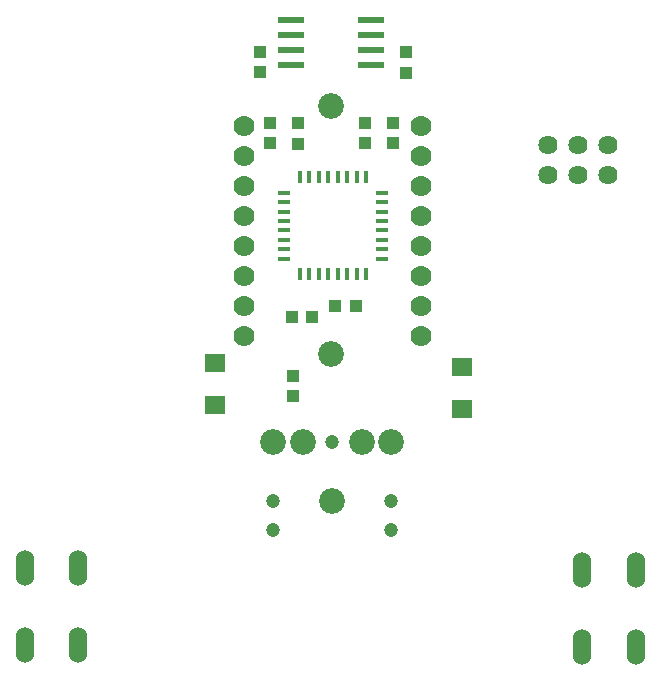
<source format=gbs>
G04 #@! TF.GenerationSoftware,KiCad,Pcbnew,9.0.0*
G04 #@! TF.CreationDate,2025-03-28T10:35:15+01:00*
G04 #@! TF.ProjectId,Blinkenstar,426c696e-6b65-46e7-9374-61722e6b6963,rev?*
G04 #@! TF.SameCoordinates,Original*
G04 #@! TF.FileFunction,Soldermask,Bot*
G04 #@! TF.FilePolarity,Negative*
%FSLAX46Y46*%
G04 Gerber Fmt 4.6, Leading zero omitted, Abs format (unit mm)*
G04 Created by KiCad (PCBNEW 9.0.0) date 2025-03-28 10:35:15*
%MOMM*%
%LPD*%
G01*
G04 APERTURE LIST*
%ADD10R,1.100000X1.000000*%
%ADD11R,1.100000X0.300000*%
%ADD12R,0.300000X1.100000*%
%ADD13C,1.778000*%
%ADD14C,2.184400*%
%ADD15O,1.524000X3.048000*%
%ADD16R,1.050000X1.080000*%
%ADD17R,1.080000X1.050000*%
%ADD18R,2.209800X0.609600*%
%ADD19C,1.625600*%
%ADD20C,1.200000*%
%ADD21R,1.800000X1.500000*%
%ADD22R,1.000000X1.100000*%
G04 APERTURE END LIST*
D10*
X119915114Y-80321302D03*
X119915114Y-82021302D03*
D11*
X110744800Y-86200000D03*
X110744800Y-87000000D03*
X110744800Y-87800000D03*
X110744800Y-88600000D03*
X110744800Y-89400000D03*
X110744800Y-90200000D03*
X110744800Y-91000000D03*
X110744800Y-91800000D03*
D12*
X112072400Y-93127600D03*
X112872400Y-93127600D03*
X113672400Y-93127600D03*
X114472400Y-93127600D03*
X115272400Y-93127600D03*
X116072400Y-93127600D03*
X116872400Y-93127600D03*
X117672400Y-93127600D03*
D11*
X119000000Y-91800000D03*
X119000000Y-91000000D03*
X119000000Y-90200000D03*
X119000000Y-89400000D03*
X119000000Y-88600000D03*
X119000000Y-87800000D03*
X119000000Y-87000000D03*
X119000000Y-86200000D03*
D12*
X117672400Y-84872400D03*
X116872400Y-84872400D03*
X116072400Y-84872400D03*
X115272400Y-84872400D03*
X114472400Y-84872400D03*
X113672400Y-84872400D03*
X112872400Y-84872400D03*
X112072400Y-84872400D03*
D13*
X122294055Y-98326459D03*
X122294055Y-95786459D03*
X122294055Y-93246459D03*
X122294055Y-90706459D03*
X122294055Y-88166459D03*
X122294055Y-85626459D03*
X122294055Y-83086459D03*
X122294055Y-80546459D03*
X107294055Y-80546459D03*
X107294055Y-83086459D03*
X107294055Y-85626459D03*
X107294055Y-88166459D03*
X107294055Y-90706459D03*
X107294055Y-93246459D03*
X107294055Y-95786459D03*
X107294055Y-98326459D03*
D14*
X114705155Y-78880577D03*
X114705155Y-99880577D03*
D15*
X135977855Y-118146559D03*
X135977855Y-124648959D03*
X140499055Y-118146559D03*
X140499055Y-124648959D03*
D16*
X116796814Y-95801699D03*
X115046814Y-95801699D03*
D10*
X108670118Y-75958318D03*
X108670118Y-74258318D03*
D17*
X109526015Y-82033599D03*
X109526015Y-80283599D03*
X111933055Y-80306459D03*
X111933055Y-82056459D03*
D18*
X111321800Y-75355000D03*
X111321800Y-74085000D03*
X111321800Y-72815000D03*
X111321800Y-71545000D03*
X118052800Y-71545000D03*
X118052800Y-72815000D03*
X118052800Y-74085000D03*
X118052800Y-75355000D03*
D10*
X121055155Y-76031980D03*
X121055155Y-74331980D03*
D19*
X133060000Y-82130000D03*
X133060000Y-84670000D03*
X135600000Y-82130000D03*
X135600000Y-84670000D03*
X138140000Y-82130000D03*
X138140000Y-84670000D03*
D20*
X109794055Y-114796459D03*
X119794055Y-114796459D03*
X109794055Y-112296459D03*
X119794055Y-112296459D03*
X114794055Y-107296459D03*
D14*
X119794055Y-107296459D03*
X117294055Y-107296459D03*
X114794055Y-112296459D03*
X109794055Y-107296459D03*
X112294055Y-107296459D03*
D21*
X125750000Y-100950000D03*
X125750000Y-104550000D03*
D10*
X117594055Y-80331459D03*
X117594055Y-82031459D03*
D21*
X104893000Y-100600000D03*
X104893000Y-104200000D03*
D10*
X111450000Y-101700000D03*
X111450000Y-103400000D03*
D22*
X113100000Y-96750000D03*
X111400000Y-96750000D03*
D15*
X88767255Y-117997759D03*
X88767255Y-124500159D03*
X93288455Y-117997759D03*
X93288455Y-124500159D03*
M02*

</source>
